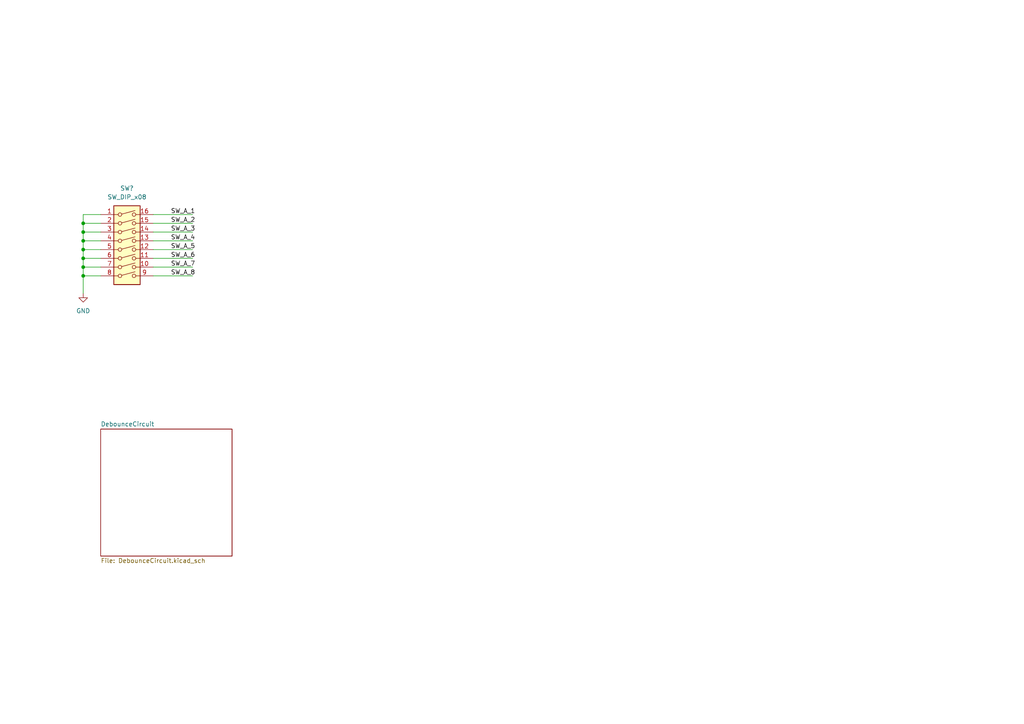
<source format=kicad_sch>
(kicad_sch (version 20211123) (generator eeschema)
  (paper "A4")
  (lib_symbols
    (symbol "Switch:SW_DIP_x08" (pin_names (offset 0) hide)
      (property "Reference" "SW" (at 0 13.97 0))
      (property "Value" "SW_DIP_x08" (at 0 -11.43 0))
      (symbol "SW_DIP_x08_0_0"
        (circle (center -2.032 -7.62) (radius 0.508))
        (circle (center -2.032 -5.08) (radius 0.508))
        (circle (center -2.032 -2.54) (radius 0.508))
        (circle (center -2.032 0) (radius 0.508))
        (circle (center -2.032 2.54) (radius 0.508))
        (circle (center -2.032 5.08) (radius 0.508))
        (circle (center -2.032 7.62) (radius 0.508))
        (circle (center -2.032 10.16) (radius 0.508))
        (polyline (pts (xy -1.524 -7.4676) (xy 2.3622 -6.4262)))
        (polyline (pts (xy -1.524 -4.9276) (xy 2.3622 -3.8862)))
        (polyline (pts (xy -1.524 -2.3876) (xy 2.3622 -1.3462)))
        (polyline (pts (xy -1.524 0.127) (xy 2.3622 1.1684)))
        (polyline (pts (xy -1.524 2.667) (xy 2.3622 3.7084)))
        (polyline (pts (xy -1.524 5.207) (xy 2.3622 6.2484)))
        (polyline (pts (xy -1.524 7.747) (xy 2.3622 8.7884)))
        (polyline (pts (xy -1.524 10.287) (xy 2.3622 11.3284)))
        (circle (center 2.032 -7.62) (radius 0.508))
        (circle (center 2.032 -5.08) (radius 0.508))
        (circle (center 2.032 -2.54) (radius 0.508))
        (circle (center 2.032 0) (radius 0.508))
        (circle (center 2.032 2.54) (radius 0.508))
        (circle (center 2.032 5.08) (radius 0.508))
        (circle (center 2.032 7.62) (radius 0.508))
        (circle (center 2.032 10.16) (radius 0.508))
      )
      (symbol "SW_DIP_x08_0_1"
        (rectangle (start -3.81 12.7) (end 3.81 -10.16) (stroke (width 0.254)) (fill (type background)))
      )
      (symbol "SW_DIP_x08_1_1"
        (pin passive line (at -7.62 10.16 0) (length 5.08) (name "~") (number "1"))
        (pin passive line (at 7.62 -5.08 180) (length 5.08) (name "~") (number "10"))
        (pin passive line (at 7.62 -2.54 180) (length 5.08) (name "~") (number "11"))
        (pin passive line (at 7.62 0 180) (length 5.08) (name "~") (number "12"))
        (pin passive line (at 7.62 2.54 180) (length 5.08) (name "~") (number "13"))
        (pin passive line (at 7.62 5.08 180) (length 5.08) (name "~") (number "14"))
        (pin passive line (at 7.62 7.62 180) (length 5.08) (name "~") (number "15"))
        (pin passive line (at 7.62 10.16 180) (length 5.08) (name "~") (number "16"))
        (pin passive line (at -7.62 7.62 0) (length 5.08) (name "~") (number "2"))
        (pin passive line (at -7.62 5.08 0) (length 5.08) (name "~") (number "3"))
        (pin passive line (at -7.62 2.54 0) (length 5.08) (name "~") (number "4"))
        (pin passive line (at -7.62 0 0) (length 5.08) (name "~") (number "5"))
        (pin passive line (at -7.62 -2.54 0) (length 5.08) (name "~") (number "6"))
        (pin passive line (at -7.62 -5.08 0) (length 5.08) (name "~") (number "7"))
        (pin passive line (at -7.62 -7.62 0) (length 5.08) (name "~") (number "8"))
        (pin passive line (at 7.62 -7.62 180) (length 5.08) (name "~") (number "9"))
      )
    )
    (symbol "power:GND" (power) (pin_names (offset 0))
      (property "Value" "GND" (at 0 -3.81 0))
      (symbol "GND_0_1"
        (polyline (pts (xy 0 0) (xy 0 -1.27) (xy 1.27 -1.27) (xy 0 -2.54) (xy -1.27 -1.27) (xy 0 -1.27)))
      )
      (symbol "GND_1_1"
        (pin power_in line (at 0 0 270) (length 0) hide (name "GND") (number "1"))
      )
    )
  )
  (junction (at 24.13 77.47))
  (junction (at 24.13 72.39))
  (junction (at 24.13 69.85))
  (junction (at 24.13 67.31))
  (junction (at 24.13 80.01))
  (junction (at 24.13 74.93))
  (junction (at 24.13 64.77))
  (wire (pts (xy 44.45 80.01) (xy 55.88 80.01)))
  (wire (pts (xy 24.13 62.23) (xy 24.13 64.77)))
  (wire (pts (xy 29.21 64.77) (xy 24.13 64.77)))
  (wire (pts (xy 24.13 74.93) (xy 24.13 77.47)))
  (wire (pts (xy 44.45 62.23) (xy 55.88 62.23)))
  (wire (pts (xy 29.21 72.39) (xy 24.13 72.39)))
  (wire (pts (xy 44.45 67.31) (xy 55.88 67.31)))
  (wire (pts (xy 44.45 64.77) (xy 55.88 64.77)))
  (wire (pts (xy 44.45 74.93) (xy 55.88 74.93)))
  (wire (pts (xy 29.21 62.23) (xy 24.13 62.23)))
  (wire (pts (xy 29.21 67.31) (xy 24.13 67.31)))
  (wire (pts (xy 29.21 77.47) (xy 24.13 77.47)))
  (wire (pts (xy 24.13 64.77) (xy 24.13 67.31)))
  (wire (pts (xy 44.45 69.85) (xy 55.88 69.85)))
  (wire (pts (xy 24.13 72.39) (xy 24.13 74.93)))
  (wire (pts (xy 24.13 67.31) (xy 24.13 69.85)))
  (wire (pts (xy 29.21 74.93) (xy 24.13 74.93)))
  (wire (pts (xy 29.21 69.85) (xy 24.13 69.85)))
  (wire (pts (xy 29.21 80.01) (xy 24.13 80.01)))
  (wire (pts (xy 24.13 69.85) (xy 24.13 72.39)))
  (wire (pts (xy 44.45 77.47) (xy 55.88 77.47)))
  (wire (pts (xy 44.45 72.39) (xy 55.88 72.39)))
  (wire (pts (xy 24.13 80.01) (xy 24.13 85.09)))
  (wire (pts (xy 24.13 77.47) (xy 24.13 80.01)))
  (label "SW_A_6" (at 49.53 74.93 0))
  (label "SW_A_2" (at 49.53 64.77 0))
  (label "SW_A_4" (at 49.53 69.85 0))
  (label "SW_A_1" (at 49.53 62.23 0))
  (label "SW_A_7" (at 49.53 77.47 0))
  (label "SW_A_3" (at 49.53 67.31 0))
  (label "SW_A_5" (at 49.53 72.39 0))
  (label "SW_A_8" (at 49.53 80.01 0))
  (symbol (lib_id "Switch:SW_DIP_x08") (at 36.83 72.39 0)
    (property "Reference" "SW?" (at 36.83 54.61 0))
    (property "Value" "SW_DIP_x08" (at 36.83 57.15 0))
  )
  (symbol (lib_id "power:GND") (at 24.13 85.09 0)
    (property "Reference" "#PWR?" (effects hide))
    (property "Value" "GND" (at 24.13 90.17 0))
  )
  (sheet (at 29.21 124.46) (size 38.1 36.83) (stroke (width 0.1524))
    (property "Sheet name" "DebounceCircuit" (at 29.21 123.7484 0) (effects (justify left bottom)))
    (property "Sheet file" "DebounceCircuit.kicad_sch" (at 29.21 161.8746 0) (effects (justify left top)))
  )
)
</source>
